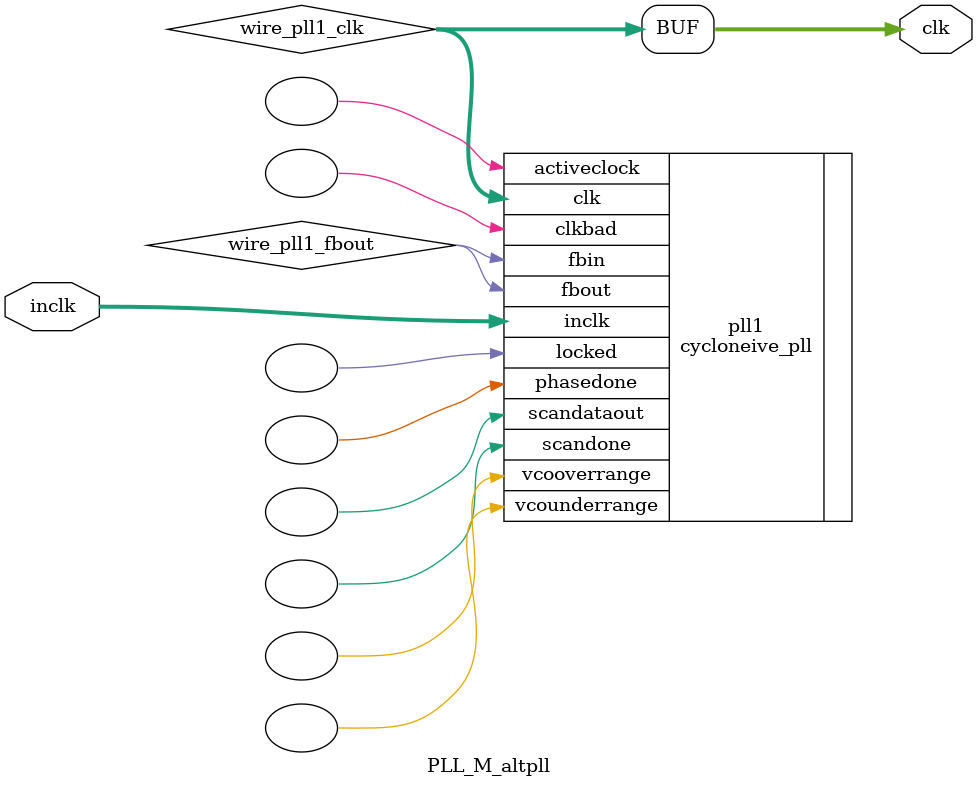
<source format=v>






//synthesis_resources = cycloneive_pll 1 
//synopsys translate_off
`timescale 1 ps / 1 ps
//synopsys translate_on
module  PLL_M_altpll
	( 
	clk,
	inclk) /* synthesis synthesis_clearbox=1 */;
	output   [4:0]  clk;
	input   [1:0]  inclk;
`ifndef ALTERA_RESERVED_QIS
// synopsys translate_off
`endif
	tri0   [1:0]  inclk;
`ifndef ALTERA_RESERVED_QIS
// synopsys translate_on
`endif

	wire  [4:0]   wire_pll1_clk;
	wire  wire_pll1_fbout;

	cycloneive_pll   pll1
	( 
	.activeclock(),
	.clk(wire_pll1_clk),
	.clkbad(),
	.fbin(wire_pll1_fbout),
	.fbout(wire_pll1_fbout),
	.inclk(inclk),
	.locked(),
	.phasedone(),
	.scandataout(),
	.scandone(),
	.vcooverrange(),
	.vcounderrange()
	`ifndef FORMAL_VERIFICATION
	// synopsys translate_off
	`endif
	,
	.areset(1'b0),
	.clkswitch(1'b0),
	.configupdate(1'b0),
	.pfdena(1'b1),
	.phasecounterselect({3{1'b0}}),
	.phasestep(1'b0),
	.phaseupdown(1'b0),
	.scanclk(1'b0),
	.scanclkena(1'b1),
	.scandata(1'b0)
	`ifndef FORMAL_VERIFICATION
	// synopsys translate_on
	`endif
	);
	defparam
		pll1.bandwidth_type = "auto",
		pll1.clk0_divide_by = 1,
		pll1.clk0_duty_cycle = 50,
		pll1.clk0_multiply_by = 2,
		pll1.clk0_phase_shift = "0",
		pll1.clk1_divide_by = 2,
		pll1.clk1_duty_cycle = 50,
		pll1.clk1_multiply_by = 1,
		pll1.clk1_phase_shift = "0",
		pll1.clk2_divide_by = 50,
		pll1.clk2_duty_cycle = 50,
		pll1.clk2_multiply_by = 1,
		pll1.clk2_phase_shift = "0",
		pll1.compensate_clock = "clk0",
		pll1.inclk0_input_frequency = 20000,
		pll1.operation_mode = "normal",
		pll1.pll_type = "auto",
		pll1.lpm_type = "cycloneive_pll";
	assign
		clk = {wire_pll1_clk[4:0]};
endmodule //PLL_M_altpll
//VALID FILE

</source>
